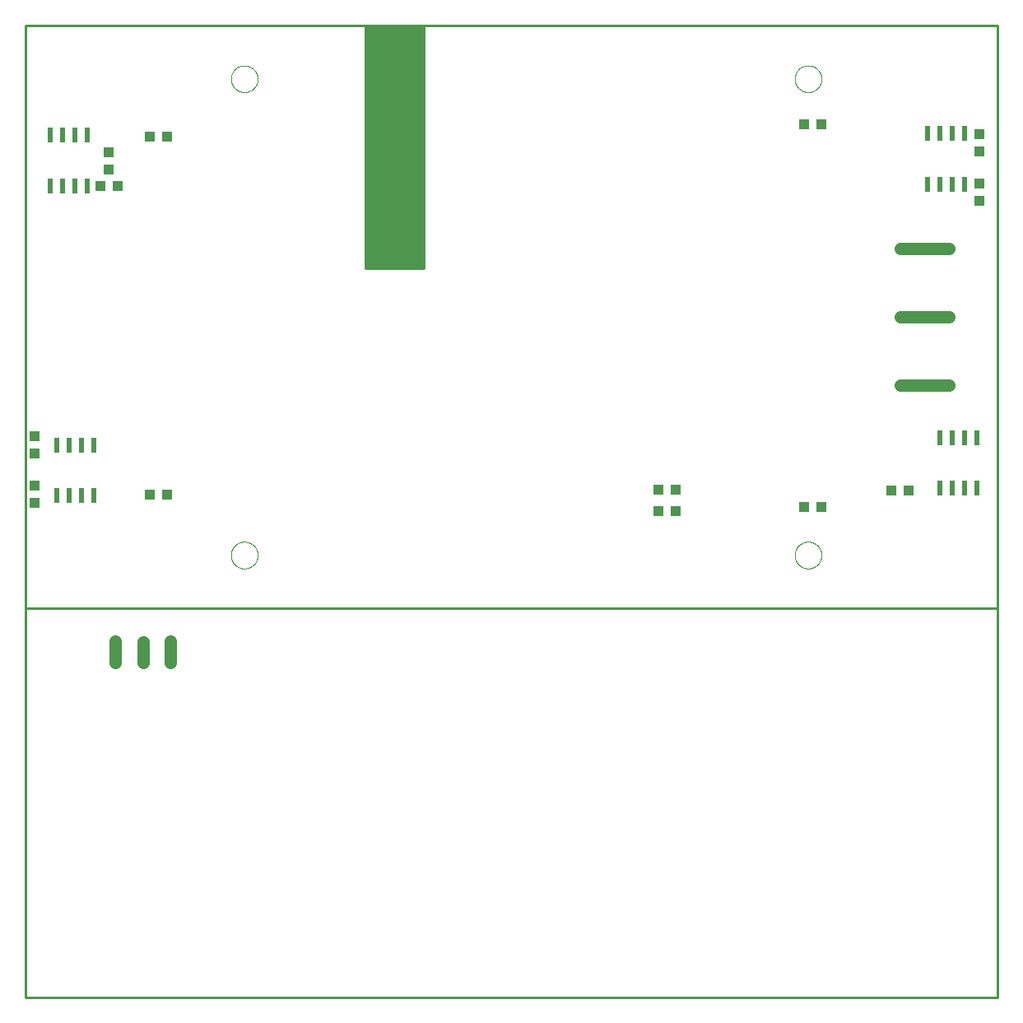
<source format=gtp>
G75*
%MOIN*%
%OFA0B0*%
%FSLAX25Y25*%
%IPPOS*%
%LPD*%
%AMOC8*
5,1,8,0,0,1.08239X$1,22.5*
%
%ADD10C,0.01000*%
%ADD11C,0.05000*%
%ADD12R,0.23622X0.98425*%
%ADD13C,0.00000*%
%ADD14R,0.02362X0.06299*%
%ADD15R,0.04134X0.04252*%
%ADD16R,0.04252X0.04134*%
D10*
X0013061Y0050702D02*
X0013061Y0208182D01*
X0406762Y0208182D01*
X0406762Y0444402D01*
X0174478Y0444402D01*
X0150856Y0444402D01*
X0150856Y0345977D01*
X0174478Y0345977D01*
X0174478Y0444402D01*
X0150856Y0444402D02*
X0013061Y0444402D01*
X0013061Y0208182D01*
X0013061Y0050702D02*
X0406762Y0050702D01*
X0406762Y0208182D01*
D11*
X0387077Y0298733D02*
X0367392Y0298733D01*
X0367392Y0326292D02*
X0387077Y0326292D01*
X0387077Y0353851D02*
X0367392Y0353851D01*
X0071561Y0194952D02*
X0071561Y0186452D01*
X0060561Y0186202D02*
X0060561Y0194702D01*
X0049311Y0194952D02*
X0049311Y0186452D01*
D12*
X0162667Y0395190D03*
D13*
X0096231Y0422749D02*
X0096233Y0422896D01*
X0096239Y0423042D01*
X0096249Y0423188D01*
X0096263Y0423334D01*
X0096281Y0423480D01*
X0096302Y0423625D01*
X0096328Y0423769D01*
X0096358Y0423913D01*
X0096391Y0424055D01*
X0096428Y0424197D01*
X0096469Y0424338D01*
X0096514Y0424477D01*
X0096563Y0424616D01*
X0096615Y0424753D01*
X0096672Y0424888D01*
X0096731Y0425022D01*
X0096795Y0425154D01*
X0096862Y0425284D01*
X0096932Y0425413D01*
X0097006Y0425540D01*
X0097083Y0425664D01*
X0097164Y0425787D01*
X0097248Y0425907D01*
X0097335Y0426025D01*
X0097425Y0426140D01*
X0097518Y0426253D01*
X0097615Y0426364D01*
X0097714Y0426472D01*
X0097816Y0426577D01*
X0097921Y0426679D01*
X0098029Y0426778D01*
X0098140Y0426875D01*
X0098253Y0426968D01*
X0098368Y0427058D01*
X0098486Y0427145D01*
X0098606Y0427229D01*
X0098729Y0427310D01*
X0098853Y0427387D01*
X0098980Y0427461D01*
X0099109Y0427531D01*
X0099239Y0427598D01*
X0099371Y0427662D01*
X0099505Y0427721D01*
X0099640Y0427778D01*
X0099777Y0427830D01*
X0099916Y0427879D01*
X0100055Y0427924D01*
X0100196Y0427965D01*
X0100338Y0428002D01*
X0100480Y0428035D01*
X0100624Y0428065D01*
X0100768Y0428091D01*
X0100913Y0428112D01*
X0101059Y0428130D01*
X0101205Y0428144D01*
X0101351Y0428154D01*
X0101497Y0428160D01*
X0101644Y0428162D01*
X0101791Y0428160D01*
X0101937Y0428154D01*
X0102083Y0428144D01*
X0102229Y0428130D01*
X0102375Y0428112D01*
X0102520Y0428091D01*
X0102664Y0428065D01*
X0102808Y0428035D01*
X0102950Y0428002D01*
X0103092Y0427965D01*
X0103233Y0427924D01*
X0103372Y0427879D01*
X0103511Y0427830D01*
X0103648Y0427778D01*
X0103783Y0427721D01*
X0103917Y0427662D01*
X0104049Y0427598D01*
X0104179Y0427531D01*
X0104308Y0427461D01*
X0104435Y0427387D01*
X0104559Y0427310D01*
X0104682Y0427229D01*
X0104802Y0427145D01*
X0104920Y0427058D01*
X0105035Y0426968D01*
X0105148Y0426875D01*
X0105259Y0426778D01*
X0105367Y0426679D01*
X0105472Y0426577D01*
X0105574Y0426472D01*
X0105673Y0426364D01*
X0105770Y0426253D01*
X0105863Y0426140D01*
X0105953Y0426025D01*
X0106040Y0425907D01*
X0106124Y0425787D01*
X0106205Y0425664D01*
X0106282Y0425540D01*
X0106356Y0425413D01*
X0106426Y0425284D01*
X0106493Y0425154D01*
X0106557Y0425022D01*
X0106616Y0424888D01*
X0106673Y0424753D01*
X0106725Y0424616D01*
X0106774Y0424477D01*
X0106819Y0424338D01*
X0106860Y0424197D01*
X0106897Y0424055D01*
X0106930Y0423913D01*
X0106960Y0423769D01*
X0106986Y0423625D01*
X0107007Y0423480D01*
X0107025Y0423334D01*
X0107039Y0423188D01*
X0107049Y0423042D01*
X0107055Y0422896D01*
X0107057Y0422749D01*
X0107055Y0422602D01*
X0107049Y0422456D01*
X0107039Y0422310D01*
X0107025Y0422164D01*
X0107007Y0422018D01*
X0106986Y0421873D01*
X0106960Y0421729D01*
X0106930Y0421585D01*
X0106897Y0421443D01*
X0106860Y0421301D01*
X0106819Y0421160D01*
X0106774Y0421021D01*
X0106725Y0420882D01*
X0106673Y0420745D01*
X0106616Y0420610D01*
X0106557Y0420476D01*
X0106493Y0420344D01*
X0106426Y0420214D01*
X0106356Y0420085D01*
X0106282Y0419958D01*
X0106205Y0419834D01*
X0106124Y0419711D01*
X0106040Y0419591D01*
X0105953Y0419473D01*
X0105863Y0419358D01*
X0105770Y0419245D01*
X0105673Y0419134D01*
X0105574Y0419026D01*
X0105472Y0418921D01*
X0105367Y0418819D01*
X0105259Y0418720D01*
X0105148Y0418623D01*
X0105035Y0418530D01*
X0104920Y0418440D01*
X0104802Y0418353D01*
X0104682Y0418269D01*
X0104559Y0418188D01*
X0104435Y0418111D01*
X0104308Y0418037D01*
X0104179Y0417967D01*
X0104049Y0417900D01*
X0103917Y0417836D01*
X0103783Y0417777D01*
X0103648Y0417720D01*
X0103511Y0417668D01*
X0103372Y0417619D01*
X0103233Y0417574D01*
X0103092Y0417533D01*
X0102950Y0417496D01*
X0102808Y0417463D01*
X0102664Y0417433D01*
X0102520Y0417407D01*
X0102375Y0417386D01*
X0102229Y0417368D01*
X0102083Y0417354D01*
X0101937Y0417344D01*
X0101791Y0417338D01*
X0101644Y0417336D01*
X0101497Y0417338D01*
X0101351Y0417344D01*
X0101205Y0417354D01*
X0101059Y0417368D01*
X0100913Y0417386D01*
X0100768Y0417407D01*
X0100624Y0417433D01*
X0100480Y0417463D01*
X0100338Y0417496D01*
X0100196Y0417533D01*
X0100055Y0417574D01*
X0099916Y0417619D01*
X0099777Y0417668D01*
X0099640Y0417720D01*
X0099505Y0417777D01*
X0099371Y0417836D01*
X0099239Y0417900D01*
X0099109Y0417967D01*
X0098980Y0418037D01*
X0098853Y0418111D01*
X0098729Y0418188D01*
X0098606Y0418269D01*
X0098486Y0418353D01*
X0098368Y0418440D01*
X0098253Y0418530D01*
X0098140Y0418623D01*
X0098029Y0418720D01*
X0097921Y0418819D01*
X0097816Y0418921D01*
X0097714Y0419026D01*
X0097615Y0419134D01*
X0097518Y0419245D01*
X0097425Y0419358D01*
X0097335Y0419473D01*
X0097248Y0419591D01*
X0097164Y0419711D01*
X0097083Y0419834D01*
X0097006Y0419958D01*
X0096932Y0420085D01*
X0096862Y0420214D01*
X0096795Y0420344D01*
X0096731Y0420476D01*
X0096672Y0420610D01*
X0096615Y0420745D01*
X0096563Y0420882D01*
X0096514Y0421021D01*
X0096469Y0421160D01*
X0096428Y0421301D01*
X0096391Y0421443D01*
X0096358Y0421585D01*
X0096328Y0421729D01*
X0096302Y0421873D01*
X0096281Y0422018D01*
X0096263Y0422164D01*
X0096249Y0422310D01*
X0096239Y0422456D01*
X0096233Y0422602D01*
X0096231Y0422749D01*
X0096231Y0229835D02*
X0096233Y0229982D01*
X0096239Y0230128D01*
X0096249Y0230274D01*
X0096263Y0230420D01*
X0096281Y0230566D01*
X0096302Y0230711D01*
X0096328Y0230855D01*
X0096358Y0230999D01*
X0096391Y0231141D01*
X0096428Y0231283D01*
X0096469Y0231424D01*
X0096514Y0231563D01*
X0096563Y0231702D01*
X0096615Y0231839D01*
X0096672Y0231974D01*
X0096731Y0232108D01*
X0096795Y0232240D01*
X0096862Y0232370D01*
X0096932Y0232499D01*
X0097006Y0232626D01*
X0097083Y0232750D01*
X0097164Y0232873D01*
X0097248Y0232993D01*
X0097335Y0233111D01*
X0097425Y0233226D01*
X0097518Y0233339D01*
X0097615Y0233450D01*
X0097714Y0233558D01*
X0097816Y0233663D01*
X0097921Y0233765D01*
X0098029Y0233864D01*
X0098140Y0233961D01*
X0098253Y0234054D01*
X0098368Y0234144D01*
X0098486Y0234231D01*
X0098606Y0234315D01*
X0098729Y0234396D01*
X0098853Y0234473D01*
X0098980Y0234547D01*
X0099109Y0234617D01*
X0099239Y0234684D01*
X0099371Y0234748D01*
X0099505Y0234807D01*
X0099640Y0234864D01*
X0099777Y0234916D01*
X0099916Y0234965D01*
X0100055Y0235010D01*
X0100196Y0235051D01*
X0100338Y0235088D01*
X0100480Y0235121D01*
X0100624Y0235151D01*
X0100768Y0235177D01*
X0100913Y0235198D01*
X0101059Y0235216D01*
X0101205Y0235230D01*
X0101351Y0235240D01*
X0101497Y0235246D01*
X0101644Y0235248D01*
X0101791Y0235246D01*
X0101937Y0235240D01*
X0102083Y0235230D01*
X0102229Y0235216D01*
X0102375Y0235198D01*
X0102520Y0235177D01*
X0102664Y0235151D01*
X0102808Y0235121D01*
X0102950Y0235088D01*
X0103092Y0235051D01*
X0103233Y0235010D01*
X0103372Y0234965D01*
X0103511Y0234916D01*
X0103648Y0234864D01*
X0103783Y0234807D01*
X0103917Y0234748D01*
X0104049Y0234684D01*
X0104179Y0234617D01*
X0104308Y0234547D01*
X0104435Y0234473D01*
X0104559Y0234396D01*
X0104682Y0234315D01*
X0104802Y0234231D01*
X0104920Y0234144D01*
X0105035Y0234054D01*
X0105148Y0233961D01*
X0105259Y0233864D01*
X0105367Y0233765D01*
X0105472Y0233663D01*
X0105574Y0233558D01*
X0105673Y0233450D01*
X0105770Y0233339D01*
X0105863Y0233226D01*
X0105953Y0233111D01*
X0106040Y0232993D01*
X0106124Y0232873D01*
X0106205Y0232750D01*
X0106282Y0232626D01*
X0106356Y0232499D01*
X0106426Y0232370D01*
X0106493Y0232240D01*
X0106557Y0232108D01*
X0106616Y0231974D01*
X0106673Y0231839D01*
X0106725Y0231702D01*
X0106774Y0231563D01*
X0106819Y0231424D01*
X0106860Y0231283D01*
X0106897Y0231141D01*
X0106930Y0230999D01*
X0106960Y0230855D01*
X0106986Y0230711D01*
X0107007Y0230566D01*
X0107025Y0230420D01*
X0107039Y0230274D01*
X0107049Y0230128D01*
X0107055Y0229982D01*
X0107057Y0229835D01*
X0107055Y0229688D01*
X0107049Y0229542D01*
X0107039Y0229396D01*
X0107025Y0229250D01*
X0107007Y0229104D01*
X0106986Y0228959D01*
X0106960Y0228815D01*
X0106930Y0228671D01*
X0106897Y0228529D01*
X0106860Y0228387D01*
X0106819Y0228246D01*
X0106774Y0228107D01*
X0106725Y0227968D01*
X0106673Y0227831D01*
X0106616Y0227696D01*
X0106557Y0227562D01*
X0106493Y0227430D01*
X0106426Y0227300D01*
X0106356Y0227171D01*
X0106282Y0227044D01*
X0106205Y0226920D01*
X0106124Y0226797D01*
X0106040Y0226677D01*
X0105953Y0226559D01*
X0105863Y0226444D01*
X0105770Y0226331D01*
X0105673Y0226220D01*
X0105574Y0226112D01*
X0105472Y0226007D01*
X0105367Y0225905D01*
X0105259Y0225806D01*
X0105148Y0225709D01*
X0105035Y0225616D01*
X0104920Y0225526D01*
X0104802Y0225439D01*
X0104682Y0225355D01*
X0104559Y0225274D01*
X0104435Y0225197D01*
X0104308Y0225123D01*
X0104179Y0225053D01*
X0104049Y0224986D01*
X0103917Y0224922D01*
X0103783Y0224863D01*
X0103648Y0224806D01*
X0103511Y0224754D01*
X0103372Y0224705D01*
X0103233Y0224660D01*
X0103092Y0224619D01*
X0102950Y0224582D01*
X0102808Y0224549D01*
X0102664Y0224519D01*
X0102520Y0224493D01*
X0102375Y0224472D01*
X0102229Y0224454D01*
X0102083Y0224440D01*
X0101937Y0224430D01*
X0101791Y0224424D01*
X0101644Y0224422D01*
X0101497Y0224424D01*
X0101351Y0224430D01*
X0101205Y0224440D01*
X0101059Y0224454D01*
X0100913Y0224472D01*
X0100768Y0224493D01*
X0100624Y0224519D01*
X0100480Y0224549D01*
X0100338Y0224582D01*
X0100196Y0224619D01*
X0100055Y0224660D01*
X0099916Y0224705D01*
X0099777Y0224754D01*
X0099640Y0224806D01*
X0099505Y0224863D01*
X0099371Y0224922D01*
X0099239Y0224986D01*
X0099109Y0225053D01*
X0098980Y0225123D01*
X0098853Y0225197D01*
X0098729Y0225274D01*
X0098606Y0225355D01*
X0098486Y0225439D01*
X0098368Y0225526D01*
X0098253Y0225616D01*
X0098140Y0225709D01*
X0098029Y0225806D01*
X0097921Y0225905D01*
X0097816Y0226007D01*
X0097714Y0226112D01*
X0097615Y0226220D01*
X0097518Y0226331D01*
X0097425Y0226444D01*
X0097335Y0226559D01*
X0097248Y0226677D01*
X0097164Y0226797D01*
X0097083Y0226920D01*
X0097006Y0227044D01*
X0096932Y0227171D01*
X0096862Y0227300D01*
X0096795Y0227430D01*
X0096731Y0227562D01*
X0096672Y0227696D01*
X0096615Y0227831D01*
X0096563Y0227968D01*
X0096514Y0228107D01*
X0096469Y0228246D01*
X0096428Y0228387D01*
X0096391Y0228529D01*
X0096358Y0228671D01*
X0096328Y0228815D01*
X0096302Y0228959D01*
X0096281Y0229104D01*
X0096263Y0229250D01*
X0096249Y0229396D01*
X0096239Y0229542D01*
X0096233Y0229688D01*
X0096231Y0229835D01*
X0324577Y0229835D02*
X0324579Y0229982D01*
X0324585Y0230128D01*
X0324595Y0230274D01*
X0324609Y0230420D01*
X0324627Y0230566D01*
X0324648Y0230711D01*
X0324674Y0230855D01*
X0324704Y0230999D01*
X0324737Y0231141D01*
X0324774Y0231283D01*
X0324815Y0231424D01*
X0324860Y0231563D01*
X0324909Y0231702D01*
X0324961Y0231839D01*
X0325018Y0231974D01*
X0325077Y0232108D01*
X0325141Y0232240D01*
X0325208Y0232370D01*
X0325278Y0232499D01*
X0325352Y0232626D01*
X0325429Y0232750D01*
X0325510Y0232873D01*
X0325594Y0232993D01*
X0325681Y0233111D01*
X0325771Y0233226D01*
X0325864Y0233339D01*
X0325961Y0233450D01*
X0326060Y0233558D01*
X0326162Y0233663D01*
X0326267Y0233765D01*
X0326375Y0233864D01*
X0326486Y0233961D01*
X0326599Y0234054D01*
X0326714Y0234144D01*
X0326832Y0234231D01*
X0326952Y0234315D01*
X0327075Y0234396D01*
X0327199Y0234473D01*
X0327326Y0234547D01*
X0327455Y0234617D01*
X0327585Y0234684D01*
X0327717Y0234748D01*
X0327851Y0234807D01*
X0327986Y0234864D01*
X0328123Y0234916D01*
X0328262Y0234965D01*
X0328401Y0235010D01*
X0328542Y0235051D01*
X0328684Y0235088D01*
X0328826Y0235121D01*
X0328970Y0235151D01*
X0329114Y0235177D01*
X0329259Y0235198D01*
X0329405Y0235216D01*
X0329551Y0235230D01*
X0329697Y0235240D01*
X0329843Y0235246D01*
X0329990Y0235248D01*
X0330137Y0235246D01*
X0330283Y0235240D01*
X0330429Y0235230D01*
X0330575Y0235216D01*
X0330721Y0235198D01*
X0330866Y0235177D01*
X0331010Y0235151D01*
X0331154Y0235121D01*
X0331296Y0235088D01*
X0331438Y0235051D01*
X0331579Y0235010D01*
X0331718Y0234965D01*
X0331857Y0234916D01*
X0331994Y0234864D01*
X0332129Y0234807D01*
X0332263Y0234748D01*
X0332395Y0234684D01*
X0332525Y0234617D01*
X0332654Y0234547D01*
X0332781Y0234473D01*
X0332905Y0234396D01*
X0333028Y0234315D01*
X0333148Y0234231D01*
X0333266Y0234144D01*
X0333381Y0234054D01*
X0333494Y0233961D01*
X0333605Y0233864D01*
X0333713Y0233765D01*
X0333818Y0233663D01*
X0333920Y0233558D01*
X0334019Y0233450D01*
X0334116Y0233339D01*
X0334209Y0233226D01*
X0334299Y0233111D01*
X0334386Y0232993D01*
X0334470Y0232873D01*
X0334551Y0232750D01*
X0334628Y0232626D01*
X0334702Y0232499D01*
X0334772Y0232370D01*
X0334839Y0232240D01*
X0334903Y0232108D01*
X0334962Y0231974D01*
X0335019Y0231839D01*
X0335071Y0231702D01*
X0335120Y0231563D01*
X0335165Y0231424D01*
X0335206Y0231283D01*
X0335243Y0231141D01*
X0335276Y0230999D01*
X0335306Y0230855D01*
X0335332Y0230711D01*
X0335353Y0230566D01*
X0335371Y0230420D01*
X0335385Y0230274D01*
X0335395Y0230128D01*
X0335401Y0229982D01*
X0335403Y0229835D01*
X0335401Y0229688D01*
X0335395Y0229542D01*
X0335385Y0229396D01*
X0335371Y0229250D01*
X0335353Y0229104D01*
X0335332Y0228959D01*
X0335306Y0228815D01*
X0335276Y0228671D01*
X0335243Y0228529D01*
X0335206Y0228387D01*
X0335165Y0228246D01*
X0335120Y0228107D01*
X0335071Y0227968D01*
X0335019Y0227831D01*
X0334962Y0227696D01*
X0334903Y0227562D01*
X0334839Y0227430D01*
X0334772Y0227300D01*
X0334702Y0227171D01*
X0334628Y0227044D01*
X0334551Y0226920D01*
X0334470Y0226797D01*
X0334386Y0226677D01*
X0334299Y0226559D01*
X0334209Y0226444D01*
X0334116Y0226331D01*
X0334019Y0226220D01*
X0333920Y0226112D01*
X0333818Y0226007D01*
X0333713Y0225905D01*
X0333605Y0225806D01*
X0333494Y0225709D01*
X0333381Y0225616D01*
X0333266Y0225526D01*
X0333148Y0225439D01*
X0333028Y0225355D01*
X0332905Y0225274D01*
X0332781Y0225197D01*
X0332654Y0225123D01*
X0332525Y0225053D01*
X0332395Y0224986D01*
X0332263Y0224922D01*
X0332129Y0224863D01*
X0331994Y0224806D01*
X0331857Y0224754D01*
X0331718Y0224705D01*
X0331579Y0224660D01*
X0331438Y0224619D01*
X0331296Y0224582D01*
X0331154Y0224549D01*
X0331010Y0224519D01*
X0330866Y0224493D01*
X0330721Y0224472D01*
X0330575Y0224454D01*
X0330429Y0224440D01*
X0330283Y0224430D01*
X0330137Y0224424D01*
X0329990Y0224422D01*
X0329843Y0224424D01*
X0329697Y0224430D01*
X0329551Y0224440D01*
X0329405Y0224454D01*
X0329259Y0224472D01*
X0329114Y0224493D01*
X0328970Y0224519D01*
X0328826Y0224549D01*
X0328684Y0224582D01*
X0328542Y0224619D01*
X0328401Y0224660D01*
X0328262Y0224705D01*
X0328123Y0224754D01*
X0327986Y0224806D01*
X0327851Y0224863D01*
X0327717Y0224922D01*
X0327585Y0224986D01*
X0327455Y0225053D01*
X0327326Y0225123D01*
X0327199Y0225197D01*
X0327075Y0225274D01*
X0326952Y0225355D01*
X0326832Y0225439D01*
X0326714Y0225526D01*
X0326599Y0225616D01*
X0326486Y0225709D01*
X0326375Y0225806D01*
X0326267Y0225905D01*
X0326162Y0226007D01*
X0326060Y0226112D01*
X0325961Y0226220D01*
X0325864Y0226331D01*
X0325771Y0226444D01*
X0325681Y0226559D01*
X0325594Y0226677D01*
X0325510Y0226797D01*
X0325429Y0226920D01*
X0325352Y0227044D01*
X0325278Y0227171D01*
X0325208Y0227300D01*
X0325141Y0227430D01*
X0325077Y0227562D01*
X0325018Y0227696D01*
X0324961Y0227831D01*
X0324909Y0227968D01*
X0324860Y0228107D01*
X0324815Y0228246D01*
X0324774Y0228387D01*
X0324737Y0228529D01*
X0324704Y0228671D01*
X0324674Y0228815D01*
X0324648Y0228959D01*
X0324627Y0229104D01*
X0324609Y0229250D01*
X0324595Y0229396D01*
X0324585Y0229542D01*
X0324579Y0229688D01*
X0324577Y0229835D01*
X0324577Y0422749D02*
X0324579Y0422896D01*
X0324585Y0423042D01*
X0324595Y0423188D01*
X0324609Y0423334D01*
X0324627Y0423480D01*
X0324648Y0423625D01*
X0324674Y0423769D01*
X0324704Y0423913D01*
X0324737Y0424055D01*
X0324774Y0424197D01*
X0324815Y0424338D01*
X0324860Y0424477D01*
X0324909Y0424616D01*
X0324961Y0424753D01*
X0325018Y0424888D01*
X0325077Y0425022D01*
X0325141Y0425154D01*
X0325208Y0425284D01*
X0325278Y0425413D01*
X0325352Y0425540D01*
X0325429Y0425664D01*
X0325510Y0425787D01*
X0325594Y0425907D01*
X0325681Y0426025D01*
X0325771Y0426140D01*
X0325864Y0426253D01*
X0325961Y0426364D01*
X0326060Y0426472D01*
X0326162Y0426577D01*
X0326267Y0426679D01*
X0326375Y0426778D01*
X0326486Y0426875D01*
X0326599Y0426968D01*
X0326714Y0427058D01*
X0326832Y0427145D01*
X0326952Y0427229D01*
X0327075Y0427310D01*
X0327199Y0427387D01*
X0327326Y0427461D01*
X0327455Y0427531D01*
X0327585Y0427598D01*
X0327717Y0427662D01*
X0327851Y0427721D01*
X0327986Y0427778D01*
X0328123Y0427830D01*
X0328262Y0427879D01*
X0328401Y0427924D01*
X0328542Y0427965D01*
X0328684Y0428002D01*
X0328826Y0428035D01*
X0328970Y0428065D01*
X0329114Y0428091D01*
X0329259Y0428112D01*
X0329405Y0428130D01*
X0329551Y0428144D01*
X0329697Y0428154D01*
X0329843Y0428160D01*
X0329990Y0428162D01*
X0330137Y0428160D01*
X0330283Y0428154D01*
X0330429Y0428144D01*
X0330575Y0428130D01*
X0330721Y0428112D01*
X0330866Y0428091D01*
X0331010Y0428065D01*
X0331154Y0428035D01*
X0331296Y0428002D01*
X0331438Y0427965D01*
X0331579Y0427924D01*
X0331718Y0427879D01*
X0331857Y0427830D01*
X0331994Y0427778D01*
X0332129Y0427721D01*
X0332263Y0427662D01*
X0332395Y0427598D01*
X0332525Y0427531D01*
X0332654Y0427461D01*
X0332781Y0427387D01*
X0332905Y0427310D01*
X0333028Y0427229D01*
X0333148Y0427145D01*
X0333266Y0427058D01*
X0333381Y0426968D01*
X0333494Y0426875D01*
X0333605Y0426778D01*
X0333713Y0426679D01*
X0333818Y0426577D01*
X0333920Y0426472D01*
X0334019Y0426364D01*
X0334116Y0426253D01*
X0334209Y0426140D01*
X0334299Y0426025D01*
X0334386Y0425907D01*
X0334470Y0425787D01*
X0334551Y0425664D01*
X0334628Y0425540D01*
X0334702Y0425413D01*
X0334772Y0425284D01*
X0334839Y0425154D01*
X0334903Y0425022D01*
X0334962Y0424888D01*
X0335019Y0424753D01*
X0335071Y0424616D01*
X0335120Y0424477D01*
X0335165Y0424338D01*
X0335206Y0424197D01*
X0335243Y0424055D01*
X0335276Y0423913D01*
X0335306Y0423769D01*
X0335332Y0423625D01*
X0335353Y0423480D01*
X0335371Y0423334D01*
X0335385Y0423188D01*
X0335395Y0423042D01*
X0335401Y0422896D01*
X0335403Y0422749D01*
X0335401Y0422602D01*
X0335395Y0422456D01*
X0335385Y0422310D01*
X0335371Y0422164D01*
X0335353Y0422018D01*
X0335332Y0421873D01*
X0335306Y0421729D01*
X0335276Y0421585D01*
X0335243Y0421443D01*
X0335206Y0421301D01*
X0335165Y0421160D01*
X0335120Y0421021D01*
X0335071Y0420882D01*
X0335019Y0420745D01*
X0334962Y0420610D01*
X0334903Y0420476D01*
X0334839Y0420344D01*
X0334772Y0420214D01*
X0334702Y0420085D01*
X0334628Y0419958D01*
X0334551Y0419834D01*
X0334470Y0419711D01*
X0334386Y0419591D01*
X0334299Y0419473D01*
X0334209Y0419358D01*
X0334116Y0419245D01*
X0334019Y0419134D01*
X0333920Y0419026D01*
X0333818Y0418921D01*
X0333713Y0418819D01*
X0333605Y0418720D01*
X0333494Y0418623D01*
X0333381Y0418530D01*
X0333266Y0418440D01*
X0333148Y0418353D01*
X0333028Y0418269D01*
X0332905Y0418188D01*
X0332781Y0418111D01*
X0332654Y0418037D01*
X0332525Y0417967D01*
X0332395Y0417900D01*
X0332263Y0417836D01*
X0332129Y0417777D01*
X0331994Y0417720D01*
X0331857Y0417668D01*
X0331718Y0417619D01*
X0331579Y0417574D01*
X0331438Y0417533D01*
X0331296Y0417496D01*
X0331154Y0417463D01*
X0331010Y0417433D01*
X0330866Y0417407D01*
X0330721Y0417386D01*
X0330575Y0417368D01*
X0330429Y0417354D01*
X0330283Y0417344D01*
X0330137Y0417338D01*
X0329990Y0417336D01*
X0329843Y0417338D01*
X0329697Y0417344D01*
X0329551Y0417354D01*
X0329405Y0417368D01*
X0329259Y0417386D01*
X0329114Y0417407D01*
X0328970Y0417433D01*
X0328826Y0417463D01*
X0328684Y0417496D01*
X0328542Y0417533D01*
X0328401Y0417574D01*
X0328262Y0417619D01*
X0328123Y0417668D01*
X0327986Y0417720D01*
X0327851Y0417777D01*
X0327717Y0417836D01*
X0327585Y0417900D01*
X0327455Y0417967D01*
X0327326Y0418037D01*
X0327199Y0418111D01*
X0327075Y0418188D01*
X0326952Y0418269D01*
X0326832Y0418353D01*
X0326714Y0418440D01*
X0326599Y0418530D01*
X0326486Y0418623D01*
X0326375Y0418720D01*
X0326267Y0418819D01*
X0326162Y0418921D01*
X0326060Y0419026D01*
X0325961Y0419134D01*
X0325864Y0419245D01*
X0325771Y0419358D01*
X0325681Y0419473D01*
X0325594Y0419591D01*
X0325510Y0419711D01*
X0325429Y0419834D01*
X0325352Y0419958D01*
X0325278Y0420085D01*
X0325208Y0420214D01*
X0325141Y0420344D01*
X0325077Y0420476D01*
X0325018Y0420610D01*
X0324961Y0420745D01*
X0324909Y0420882D01*
X0324860Y0421021D01*
X0324815Y0421160D01*
X0324774Y0421301D01*
X0324737Y0421443D01*
X0324704Y0421585D01*
X0324674Y0421729D01*
X0324648Y0421873D01*
X0324627Y0422018D01*
X0324609Y0422164D01*
X0324595Y0422310D01*
X0324585Y0422456D01*
X0324579Y0422602D01*
X0324577Y0422749D01*
D14*
X0378514Y0400583D03*
X0383514Y0400583D03*
X0388514Y0400583D03*
X0393514Y0400583D03*
X0393514Y0380111D03*
X0388514Y0380111D03*
X0383514Y0380111D03*
X0378514Y0380111D03*
X0383514Y0277473D03*
X0388514Y0277473D03*
X0393514Y0277473D03*
X0398514Y0277473D03*
X0398514Y0257001D03*
X0393514Y0257001D03*
X0388514Y0257001D03*
X0383514Y0257001D03*
X0040640Y0253851D03*
X0035640Y0253851D03*
X0030640Y0253851D03*
X0025640Y0253851D03*
X0025640Y0274324D03*
X0030640Y0274324D03*
X0035640Y0274324D03*
X0040640Y0274324D03*
X0037884Y0379481D03*
X0032884Y0379481D03*
X0027884Y0379481D03*
X0022884Y0379481D03*
X0022884Y0399954D03*
X0027884Y0399954D03*
X0032884Y0399954D03*
X0037884Y0399954D03*
D15*
X0043317Y0379402D03*
X0050207Y0379402D03*
X0063317Y0399402D03*
X0070207Y0399402D03*
X0070207Y0254402D03*
X0063317Y0254402D03*
X0269459Y0256363D03*
X0276348Y0256363D03*
X0276348Y0247552D03*
X0269459Y0247552D03*
X0328317Y0249402D03*
X0335207Y0249402D03*
X0363817Y0255902D03*
X0370707Y0255902D03*
X0335207Y0404402D03*
X0328317Y0404402D03*
D16*
X0399262Y0400347D03*
X0399262Y0393457D03*
X0399262Y0380347D03*
X0399262Y0373457D03*
X0046762Y0385957D03*
X0046762Y0392847D03*
X0016762Y0277847D03*
X0016762Y0270957D03*
X0016762Y0257847D03*
X0016762Y0250957D03*
M02*

</source>
